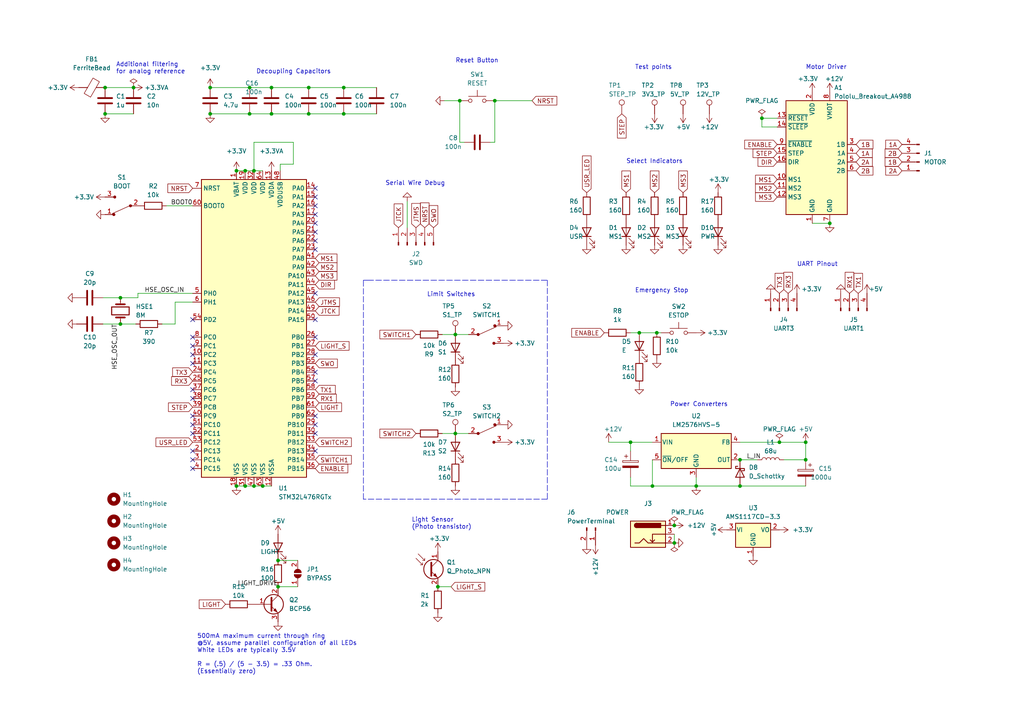
<source format=kicad_sch>
(kicad_sch (version 20211123) (generator eeschema)
  (paper "A4")
  (junction (at 143.51 29.21))
  (junction (at 190.5 96.52))
  (junction (at 132.08 97.028))
  (junction (at 73.66 140.97))
  (junction (at 240.665 64.77))
  (junction (at 72.39 25.4))
  (junction (at 99.695 25.4))
  (junction (at 220.98 34.29))
  (junction (at 60.96 33.02))
  (junction (at 99.695 33.02))
  (junction (at 68.58 140.97))
  (junction (at 73.66 49.53))
  (junction (at 226.06 128.27))
  (junction (at 89.535 25.4))
  (junction (at 182.88 128.27))
  (junction (at 71.12 49.53))
  (junction (at 133.35 29.21))
  (junction (at 68.58 49.53))
  (junction (at 195.58 152.4))
  (junction (at 201.93 140.97))
  (junction (at 72.39 33.02))
  (junction (at 195.58 157.48))
  (junction (at 80.645 162.56))
  (junction (at 214.63 140.97))
  (junction (at 189.23 140.97))
  (junction (at 127 170.18))
  (junction (at 30.48 25.4))
  (junction (at 34.925 93.98))
  (junction (at 80.645 170.18))
  (junction (at 76.2 140.97))
  (junction (at 89.535 33.02))
  (junction (at 34.925 86.36))
  (junction (at 78.74 33.02))
  (junction (at 132.08 125.73))
  (junction (at 38.735 25.4))
  (junction (at 60.96 25.4))
  (junction (at 30.48 33.02))
  (junction (at 71.12 140.97))
  (junction (at 78.74 25.4))
  (junction (at 214.63 133.35))
  (junction (at 233.68 133.35))
  (junction (at 185.42 96.52))
  (junction (at 233.68 128.27))
  (no_connect (at 55.88 105.41))
  (no_connect (at 91.44 54.61))
  (no_connect (at 91.44 97.79))
  (no_connect (at 91.44 57.15))
  (no_connect (at 91.44 107.95))
  (no_connect (at 91.44 72.39))
  (no_connect (at 91.44 110.49))
  (no_connect (at 55.88 113.03))
  (no_connect (at 55.88 97.79))
  (no_connect (at 91.44 120.65))
  (no_connect (at 91.44 130.81))
  (no_connect (at 91.44 92.71))
  (no_connect (at 91.44 123.19))
  (no_connect (at 55.88 102.87))
  (no_connect (at 55.88 123.19))
  (no_connect (at 55.88 133.35))
  (no_connect (at 91.44 67.31))
  (no_connect (at 91.44 125.73))
  (no_connect (at 55.88 135.89))
  (no_connect (at 55.88 120.65))
  (no_connect (at 91.44 85.09))
  (no_connect (at 55.88 125.73))
  (no_connect (at 55.88 130.81))
  (no_connect (at 91.44 62.23))
  (no_connect (at 91.44 59.69))
  (no_connect (at 55.88 115.57))
  (no_connect (at 91.44 102.87))
  (no_connect (at 55.88 92.71))
  (no_connect (at 55.88 100.33))
  (no_connect (at 91.44 69.85))
  (no_connect (at 91.44 64.77))
  (wire (pts (xy 85.09 41.275) (xy 73.66 41.275)))
  (wire (pts (xy 128.905 29.21) (xy 133.35 29.21)))
  (wire (pts (xy 71.12 140.97) (xy 73.66 140.97)))
  (wire (pts (xy 227.33 133.35) (xy 233.68 133.35)))
  (wire (pts (xy 85.09 47.625) (xy 85.09 41.275)))
  (wire (pts (xy 30.48 25.4) (xy 38.735 25.4)))
  (polyline (pts (xy 106.68 81.28) (xy 158.75 81.28)))
  (wire (pts (xy 118.11 58.42) (xy 118.11 66.04)))
  (wire (pts (xy 176.53 128.27) (xy 182.88 128.27)))
  (wire (pts (xy 40.005 85.09) (xy 55.88 85.09)))
  (wire (pts (xy 185.42 96.52) (xy 190.5 96.52)))
  (wire (pts (xy 235.585 64.77) (xy 240.665 64.77)))
  (wire (pts (xy 189.23 133.35) (xy 189.23 140.97)))
  (wire (pts (xy 99.695 33.02) (xy 109.22 33.02)))
  (wire (pts (xy 99.695 25.4) (xy 109.22 25.4)))
  (wire (pts (xy 73.66 140.97) (xy 76.2 140.97)))
  (wire (pts (xy 73.66 49.53) (xy 76.2 49.53)))
  (polyline (pts (xy 105.41 81.28) (xy 106.68 81.28)))
  (wire (pts (xy 78.74 25.4) (xy 89.535 25.4)))
  (wire (pts (xy 214.63 128.27) (xy 226.06 128.27)))
  (wire (pts (xy 48.26 59.69) (xy 55.88 59.69)))
  (wire (pts (xy 233.68 128.27) (xy 233.68 133.35)))
  (wire (pts (xy 34.925 93.98) (xy 39.37 93.98)))
  (polyline (pts (xy 158.75 81.28) (xy 158.75 144.78)))
  (wire (pts (xy 182.88 96.52) (xy 185.42 96.52)))
  (wire (pts (xy 201.93 140.97) (xy 214.63 140.97)))
  (wire (pts (xy 80.645 170.18) (xy 86.36 170.18)))
  (wire (pts (xy 128.27 125.73) (xy 132.08 125.73)))
  (wire (pts (xy 78.74 33.02) (xy 89.535 33.02)))
  (wire (pts (xy 89.535 33.02) (xy 99.695 33.02)))
  (wire (pts (xy 142.24 41.275) (xy 143.51 41.275)))
  (wire (pts (xy 143.51 29.21) (xy 143.51 41.275)))
  (wire (pts (xy 189.23 140.97) (xy 201.93 140.97)))
  (wire (pts (xy 182.88 128.27) (xy 182.88 130.81)))
  (wire (pts (xy 127 170.18) (xy 130.81 170.18)))
  (wire (pts (xy 133.35 29.21) (xy 133.35 41.275)))
  (wire (pts (xy 143.51 29.21) (xy 154.305 29.21)))
  (wire (pts (xy 50.8 87.63) (xy 55.88 87.63)))
  (wire (pts (xy 68.58 49.53) (xy 71.12 49.53)))
  (wire (pts (xy 80.645 162.56) (xy 86.36 162.56)))
  (wire (pts (xy 81.28 49.53) (xy 81.28 47.625)))
  (wire (pts (xy 29.845 93.98) (xy 34.925 93.98)))
  (wire (pts (xy 201.93 138.43) (xy 201.93 140.97)))
  (wire (pts (xy 50.8 93.98) (xy 50.8 87.63)))
  (wire (pts (xy 182.88 140.97) (xy 189.23 140.97)))
  (wire (pts (xy 68.58 140.97) (xy 71.12 140.97)))
  (wire (pts (xy 81.28 47.625) (xy 85.09 47.625)))
  (wire (pts (xy 214.63 140.97) (xy 233.68 140.97)))
  (wire (pts (xy 72.39 25.4) (xy 78.74 25.4)))
  (wire (pts (xy 46.99 93.98) (xy 50.8 93.98)))
  (wire (pts (xy 71.12 49.53) (xy 73.66 49.53)))
  (wire (pts (xy 214.63 133.35) (xy 219.71 133.35)))
  (wire (pts (xy 72.39 33.02) (xy 78.74 33.02)))
  (wire (pts (xy 132.08 97.028) (xy 135.89 97.028)))
  (wire (pts (xy 220.98 34.29) (xy 220.98 36.83)))
  (wire (pts (xy 76.2 140.97) (xy 78.74 140.97)))
  (wire (pts (xy 29.845 86.36) (xy 34.925 86.36)))
  (wire (pts (xy 132.08 125.73) (xy 135.89 125.73)))
  (wire (pts (xy 60.96 25.4) (xy 72.39 25.4)))
  (wire (pts (xy 60.96 33.02) (xy 72.39 33.02)))
  (wire (pts (xy 134.62 41.275) (xy 133.35 41.275)))
  (polyline (pts (xy 105.41 144.78) (xy 105.41 81.28)))
  (wire (pts (xy 30.48 33.02) (xy 38.735 33.02)))
  (wire (pts (xy 190.5 96.52) (xy 191.77 96.52)))
  (wire (pts (xy 182.88 138.43) (xy 182.88 140.97)))
  (wire (pts (xy 225.425 34.29) (xy 220.98 34.29)))
  (polyline (pts (xy 158.75 144.78) (xy 105.41 144.78)))
  (wire (pts (xy 34.925 86.36) (xy 40.005 86.36)))
  (wire (pts (xy 73.66 41.275) (xy 73.66 49.53)))
  (wire (pts (xy 182.88 128.27) (xy 189.23 128.27)))
  (wire (pts (xy 195.58 154.94) (xy 195.58 157.48)))
  (wire (pts (xy 226.06 128.27) (xy 233.68 128.27)))
  (wire (pts (xy 220.98 36.83) (xy 225.425 36.83)))
  (wire (pts (xy 128.27 97.028) (xy 132.08 97.028)))
  (wire (pts (xy 89.535 25.4) (xy 99.695 25.4)))
  (wire (pts (xy 40.005 86.36) (xy 40.005 85.09)))
  (text "UART Pinout" (at 231.14 77.47 0) (effects (font (size 1.27 1.27)) (justify left bottom)))
  (text "Serial Wire Debug" (at 111.76 53.975 0) (effects (font (size 1.27 1.27)) (justify left bottom)))
  (text "Additional filtering\nfor analog reference" (at 33.655 21.59 0) (effects (font (size 1.27 1.27)) (justify left bottom)))
  (text "Test points" (at 184.15 20.32 0) (effects (font (size 1.27 1.27)) (justify left bottom)))
  (text "Decoupling Capacitors" (at 74.295 21.59 0) (effects (font (size 1.27 1.27)) (justify left bottom)))
  (text "Power Converters" (at 194.31 118.11 0) (effects (font (size 1.27 1.27)) (justify left bottom)))
  (text "500mA maximum current through ring\n@5V, assume parallel configuration of all LEDs\nWhite LEDs are typically 3.5V\n\nR = (.5) / (5 - 3.5) = .33 Ohm.\n(Essentially zero)" (at 57.15 195.58 0) (effects (font (size 1.27 1.27)) (justify left bottom)))
  (text "Select Indicators" (at 181.61 47.625 0) (effects (font (size 1.27 1.27)) (justify left bottom)))
  (text "Reset Button" (at 132.08 18.415 0) (effects (font (size 1.27 1.27)) (justify left bottom)))
  (text "Emergency Stop" (at 184.15 85.09 0) (effects (font (size 1.27 1.27)) (justify left bottom)))
  (text "Light Sensor\n(Photo transistor)" (at 119.38 153.67 0) (effects (font (size 1.27 1.27)) (justify left bottom)))
  (text "Motor Driver" (at 233.68 20.32 0) (effects (font (size 1.27 1.27)) (justify left bottom)))
  (text "Limit Switches" (at 123.825 86.233 0) (effects (font (size 1.27 1.27)) (justify left bottom)))
  (label "L_IN" (at 216.535 133.35 0))
  (label "HSE_OSC_IN" (at 41.91 85.09 0))
  (label "BOOT0" (at 49.53 59.69 0))
  (label "HSE_OSC_OUT" (at 34.29 93.98 270))
  (label "LIGHT_DRIVE" (at 80.645 170.18 180))
  (global_label "TX3" (shape input) (at 226.06 85.09 90) (property "Intersheet References" "${INTERSHEET_REFS}" (effects hide)))
  (global_label "SWITCH2" (shape input) (at 120.65 125.73 180) (property "Intersheet References" "${INTERSHEET_REFS}" (effects hide)))
  (global_label "SWO" (shape input) (at 125.73 66.04 90) (property "Intersheet References" "${INTERSHEET_REFS}" (effects hide)))
  (global_label "LIGHT" (shape input) (at 91.44 118.11 0) (property "Intersheet References" "${INTERSHEET_REFS}" (effects hide)))
  (global_label "USR_LED" (shape input) (at 55.88 128.27 180) (property "Intersheet References" "${INTERSHEET_REFS}" (effects hide)))
  (global_label "JTCK" (shape input) (at 115.57 66.04 90) (property "Intersheet References" "${INTERSHEET_REFS}" (effects hide)))
  (global_label "MS1" (shape input) (at 181.61 55.88 90) (property "Intersheet References" "${INTERSHEET_REFS}" (effects hide)))
  (global_label "RX3" (shape input) (at 55.88 110.49 180) (property "Intersheet References" "${INTERSHEET_REFS}" (effects hide)))
  (global_label "1B" (shape input) (at 261.62 46.99 180) (property "Intersheet References" "${INTERSHEET_REFS}" (effects hide)))
  (global_label "2B" (shape input) (at 261.62 44.45 180) (property "Intersheet References" "${INTERSHEET_REFS}" (effects hide)))
  (global_label "1B" (shape input) (at 248.285 41.91 0) (property "Intersheet References" "${INTERSHEET_REFS}" (effects hide)))
  (global_label "RX1" (shape input) (at 246.38 85.09 90) (property "Intersheet References" "${INTERSHEET_REFS}" (effects hide)))
  (global_label "LIGHT_S" (shape input) (at 91.44 100.33 0) (property "Intersheet References" "${INTERSHEET_REFS}" (effects hide)))
  (global_label "STEP" (shape input) (at 225.425 44.45 180) (property "Intersheet References" "${INTERSHEET_REFS}" (effects hide)))
  (global_label "SWITCH2" (shape input) (at 91.44 128.27 0) (property "Intersheet References" "${INTERSHEET_REFS}" (effects hide)))
  (global_label "2A" (shape input) (at 248.285 46.99 0) (property "Intersheet References" "${INTERSHEET_REFS}" (effects hide)))
  (global_label "MS3" (shape input) (at 91.44 80.01 0) (property "Intersheet References" "${INTERSHEET_REFS}" (effects hide)))
  (global_label "MS3" (shape input) (at 198.12 55.88 90) (property "Intersheet References" "${INTERSHEET_REFS}" (effects hide)))
  (global_label "RX1" (shape input) (at 91.44 115.57 0) (property "Intersheet References" "${INTERSHEET_REFS}" (effects hide)))
  (global_label "DIR" (shape input) (at 225.425 46.99 180) (property "Intersheet References" "${INTERSHEET_REFS}" (effects hide)))
  (global_label "SWO" (shape input) (at 91.44 105.41 0) (property "Intersheet References" "${INTERSHEET_REFS}" (effects hide)))
  (global_label "SWITCH1" (shape input) (at 91.44 133.35 0) (property "Intersheet References" "${INTERSHEET_REFS}" (effects hide)))
  (global_label "TX3" (shape input) (at 55.88 107.95 180) (property "Intersheet References" "${INTERSHEET_REFS}" (effects hide)))
  (global_label "NRST" (shape input) (at 123.19 66.04 90) (property "Intersheet References" "${INTERSHEET_REFS}" (effects hide)))
  (global_label "JTMS" (shape input) (at 91.44 87.63 0) (property "Intersheet References" "${INTERSHEET_REFS}" (effects hide)))
  (global_label "STEP" (shape input) (at 180.34 33.02 270) (property "Intersheet References" "${INTERSHEET_REFS}" (effects hide)))
  (global_label "2A" (shape input) (at 261.62 49.53 180) (property "Intersheet References" "${INTERSHEET_REFS}" (effects hide)))
  (global_label "USR_LED" (shape input) (at 170.18 55.88 90) (property "Intersheet References" "${INTERSHEET_REFS}" (effects hide)))
  (global_label "ENABLE" (shape input) (at 225.425 41.91 180) (property "Intersheet References" "${INTERSHEET_REFS}" (effects hide)))
  (global_label "NRST" (shape input) (at 154.305 29.21 0) (property "Intersheet References" "${INTERSHEET_REFS}" (effects hide)))
  (global_label "ENABLE" (shape input) (at 175.26 96.52 180) (property "Intersheet References" "${INTERSHEET_REFS}" (effects hide)))
  (global_label "RX3" (shape input) (at 228.6 85.09 90) (property "Intersheet References" "${INTERSHEET_REFS}" (effects hide)))
  (global_label "MS1" (shape input) (at 91.44 74.93 0) (property "Intersheet References" "${INTERSHEET_REFS}" (effects hide)))
  (global_label "SWITCH1" (shape input) (at 120.65 97.028 180) (property "Intersheet References" "${INTERSHEET_REFS}" (effects hide)))
  (global_label "LIGHT_S" (shape input) (at 130.81 170.18 0) (property "Intersheet References" "${INTERSHEET_REFS}" (effects hide)))
  (global_label "MS2" (shape input) (at 91.44 77.47 0) (property "Intersheet References" "${INTERSHEET_REFS}" (effects hide)))
  (global_label "STEP" (shape input) (at 55.88 118.11 180) (property "Intersheet References" "${INTERSHEET_REFS}" (effects hide)))
  (global_label "LIGHT" (shape input) (at 65.405 175.26 180) (property "Intersheet References" "${INTERSHEET_REFS}" (effects hide)))
  (global_label "JTMS" (shape input) (at 120.65 66.04 90) (property "Intersheet References" "${INTERSHEET_REFS}" (effects hide)))
  (global_label "MS1" (shape input) (at 225.425 52.07 180) (property "Intersheet References" "${INTERSHEET_REFS}" (effects hide)))
  (global_label "DIR" (shape input) (at 91.44 82.55 0) (property "Intersheet References" "${INTERSHEET_REFS}" (effects hide)))
  (global_label "MS2" (shape input) (at 189.865 55.88 90) (property "Intersheet References" "${INTERSHEET_REFS}" (effects hide)))
  (global_label "ENABLE" (shape input) (at 91.44 135.89 0) (property "Intersheet References" "${INTERSHEET_REFS}" (effects hide)))
  (global_label "2B" (shape input) (at 248.285 49.53 0) (property "Intersheet References" "${INTERSHEET_REFS}" (effects hide)))
  (global_label "TX1" (shape input) (at 91.44 113.03 0) (property "Intersheet References" "${INTERSHEET_REFS}" (effects hide)))
  (global_label "MS2" (shape input) (at 225.425 54.61 180) (property "Intersheet References" "${INTERSHEET_REFS}" (effects hide)))
  (global_label "JTCK" (shape input) (at 91.44 90.17 0) (property "Intersheet References" "${INTERSHEET_REFS}" (effects hide)))
  (global_label "1A" (shape input) (at 261.62 41.91 180) (property "Intersheet References" "${INTERSHEET_REFS}" (effects hide)))
  (global_label "MS3" (shape input) (at 225.425 57.15 180) (property "Intersheet References" "${INTERSHEET_REFS}" (effects hide)))
  (global_label "1A" (shape input) (at 248.285 44.45 0) (property "Intersheet References" "${INTERSHEET_REFS}" (effects hide)))
  (global_label "NRST" (shape input) (at 55.88 54.61 180) (property "Intersheet References" "${INTERSHEET_REFS}" (effects hide)))
  (global_label "TX1" (shape input) (at 248.92 85.09 90) (property "Intersheet References" "${INTERSHEET_REFS}" (effects hide)))
  (symbol (lib_id "Connector:TestPoint") (at 132.08 97.028 0) (unit 1)
    (property "Reference" "TP5" (at 128.27 88.773 0) (effects (justify left)))
    (property "Value" "S1_TP" (at 128.27 91.313 0) (effects (justify left)))
    (property "Footprint" "TestPoint:TestPoint_Pad_D1.5mm" (effects hide))
  )
  (symbol (lib_id "Jumper:SolderJumper_2_Open") (at 86.36 166.37 90) (unit 1)
    (property "Reference" "JP1" (at 88.9 165.0999 90) (effects (justify right)))
    (property "Value" "BYPASS" (at 88.9 167.6399 90) (effects (justify right)))
    (property "Footprint" "Jumper:SolderJumper-2_P1.3mm_Open_Pad1.0x1.5mm" (effects hide))
  )
  (symbol (lib_id "power:GND") (at 30.48 62.23 270) (unit 1)
    (property "Reference" "#PWR017" (effects hide))
    (property "Value" "GND" (effects hide))
  )
  (symbol (lib_id "Device:C") (at 99.695 29.21 0) (unit 1)
    (property "Reference" "C6" (at 102.87 27.9399 0) (effects (justify left)))
    (property "Value" "100n" (at 102.87 30.4799 0) (effects (justify left)))
    (property "Footprint" "Capacitor_SMD:C_0402_1005Metric" (effects hide))
  )
  (symbol (lib_id "Device:LED") (at 189.865 67.31 90) (unit 1)
    (property "Reference" "D2" (at 184.785 66.04 90) (effects (justify right)))
    (property "Value" "MS2" (at 184.785 68.58 90) (effects (justify right)))
    (property "Footprint" "LED_SMD:LED_0805_2012Metric" (effects hide))
  )
  (symbol (lib_id "power:+3.3V") (at 201.93 96.52 270) (unit 1)
    (property "Reference" "#PWR025" (effects hide))
    (property "Value" "+3.3V" (at 205.105 96.5201 90) (effects (justify left)))
  )
  (symbol (lib_id "power:GND") (at 132.08 140.97 0) (unit 1)
    (property "Reference" "#PWR036" (effects hide))
    (property "Value" "GND" (effects hide))
  )
  (symbol (lib_id "Device:C") (at 26.035 86.36 90) (unit 1)
    (property "Reference" "C9" (at 26.035 79.375 90))
    (property "Value" "20p" (at 26.035 81.915 90))
    (property "Footprint" "Capacitor_SMD:C_0402_1005Metric" (effects hide))
  )
  (symbol (lib_id "Connector:TestPoint") (at 205.74 33.02 0) (unit 1)
    (property "Reference" "TP3" (at 201.93 24.765 0) (effects (justify left)))
    (property "Value" "12V_TP" (at 201.93 27.305 0) (effects (justify left)))
    (property "Footprint" "TestPoint:TestPoint_Pad_D1.5mm" (effects hide))
  )
  (symbol (lib_id "power:+3.3V") (at 127 160.02 0) (unit 1)
    (property "Reference" "#PWR011" (effects hide))
    (property "Value" "+3.3V" (at 124.46 156.21 0) (effects (justify left)))
  )
  (symbol (lib_id "power:GND") (at 118.11 58.42 180) (unit 1)
    (property "Reference" "#PWR015" (effects hide))
    (property "Value" "GND" (effects hide))
  )
  (symbol (lib_id "Device:R") (at 43.18 93.98 270) (unit 1)
    (property "Reference" "R7" (at 43.18 96.52 90))
    (property "Value" "390" (at 43.18 99.06 90))
    (property "Footprint" "Resistor_SMD:R_0402_1005Metric" (effects hide))
  )
  (symbol (lib_id "Device:Crystal") (at 34.925 90.17 90) (unit 1)
    (property "Reference" "HSE1" (at 39.37 88.8999 90) (effects (justify right)))
    (property "Value" "8M" (at 39.37 91.4399 90) (effects (justify right)))
    (property "Footprint" "Crystal:Crystal_SMD_MicroCrystal_CC4V-T1A-2Pin_5.0x1.9mm" (effects hide))
  )
  (symbol (lib_id "Device:LED") (at 132.08 100.838 90) (unit 1)
    (property "Reference" "D6" (at 127 99.568 90) (effects (justify right)))
    (property "Value" "S1" (at 127 102.108 90) (effects (justify right)))
    (property "Footprint" "LED_SMD:LED_0805_2012Metric" (effects hide))
  )
  (symbol (lib_id "power:+12V") (at 205.74 33.02 180) (unit 1)
    (property "Reference" "#PWR010" (effects hide))
    (property "Value" "+12V" (at 205.74 36.83 0))
  )
  (symbol (lib_id "Connector:TestPoint") (at 132.08 125.73 0) (unit 1)
    (property "Reference" "TP6" (at 128.27 117.475 0) (effects (justify left)))
    (property "Value" "S2_TP" (at 128.27 120.015 0) (effects (justify left)))
    (property "Footprint" "TestPoint:TestPoint_Pad_D1.5mm" (effects hide))
  )
  (symbol (lib_id "power:GND") (at 22.225 93.98 270) (unit 1)
    (property "Reference" "#PWR023" (effects hide))
    (property "Value" "GND" (effects hide))
  )
  (symbol (lib_id "power:GND") (at 128.905 29.21 270) (unit 1)
    (property "Reference" "#PWR06" (effects hide))
    (property "Value" "GND" (effects hide))
  )
  (symbol (lib_id "Device:R") (at 181.61 59.69 0) (unit 1)
    (property "Reference" "R3" (at 176.53 58.42 0) (effects (justify left)))
    (property "Value" "160" (at 176.53 60.96 0) (effects (justify left)))
    (property "Footprint" "Resistor_SMD:R_0402_1005Metric" (effects hide))
  )
  (symbol (lib_id "Device:R") (at 124.46 97.028 270) (unit 1)
    (property "Reference" "R9" (at 124.46 102.743 90))
    (property "Value" "10k" (at 124.46 100.203 90))
    (property "Footprint" "Resistor_SMD:R_0402_1005Metric" (effects hide))
  )
  (symbol (lib_id "power:GND") (at 146.05 123.19 90) (unit 1)
    (property "Reference" "#PWR031" (effects hide))
    (property "Value" "GND" (effects hide))
  )
  (symbol (lib_id "Device:R") (at 170.18 59.69 0) (unit 1)
    (property "Reference" "R6" (at 165.1 58.42 0) (effects (justify left)))
    (property "Value" "160" (at 165.1 60.96 0) (effects (justify left)))
    (property "Footprint" "Resistor_SMD:R_0402_1005Metric" (effects hide))
  )
  (symbol (lib_id "Connector:TestPoint") (at 198.12 33.02 0) (unit 1)
    (property "Reference" "TP8" (at 194.31 24.765 0) (effects (justify left)))
    (property "Value" "5V_TP" (at 194.31 27.305 0) (effects (justify left)))
    (property "Footprint" "TestPoint:TestPoint_Pad_D1.5mm" (effects hide))
  )
  (symbol (lib_id "Device:R") (at 189.865 59.69 0) (unit 1)
    (property "Reference" "R4" (at 184.785 58.42 0) (effects (justify left)))
    (property "Value" "160" (at 184.785 60.96 0) (effects (justify left)))
    (property "Footprint" "Resistor_SMD:R_0402_1005Metric" (effects hide))
  )
  (symbol (lib_id "LedRemap:LEDRemapped") (at 80.645 158.75 90) (unit 1)
    (property "Reference" "D9" (at 75.565 157.48 90) (effects (justify right)))
    (property "Value" "LIGHT" (at 75.565 160.02 90) (effects (justify right)))
    (property "Footprint" "TerminalBlock_Phoenix:TerminalBlock_Phoenix_MPT-0,5-2-2.54_1x02_P2.54mm_Horizontal" (effects hide))
  )
  (symbol (lib_id "power:GND") (at 170.18 71.12 0) (unit 1)
    (property "Reference" "#PWR021" (effects hide))
    (property "Value" "GND" (effects hide))
  )
  (symbol (lib_id "power:GND") (at 185.42 111.76 0) (unit 1)
    (property "Reference" "#PWR028" (effects hide))
    (property "Value" "GND" (effects hide))
  )
  (symbol (lib_id "Device:C") (at 89.535 29.21 0) (unit 1)
    (property "Reference" "C5" (at 92.71 27.9399 0) (effects (justify left)))
    (property "Value" "100n" (at 92.71 30.4799 0) (effects (justify left)))
    (property "Footprint" "Capacitor_SMD:C_0402_1005Metric" (effects hide))
  )
  (symbol (lib_id "Device:R") (at 208.28 59.69 0) (unit 1)
    (property "Reference" "R17" (at 203.2 58.42 0) (effects (justify left)))
    (property "Value" "160" (at 203.2 60.96 0) (effects (justify left)))
    (property "Footprint" "Resistor_SMD:R_0402_1005Metric" (effects hide))
  )
  (symbol (lib_id "Mechanical:MountingHole") (at 33.02 157.48 0) (unit 1)
    (property "Reference" "H3" (at 35.56 156.2099 0) (effects (justify left)))
    (property "Value" "MountingHole" (at 35.56 158.7499 0) (effects (justify left)))
    (property "Footprint" "MountingHole:MountingHole_2.2mm_M2" (effects hide))
  )
  (symbol (lib_id "power:PWR_FLAG") (at 220.98 34.29 0) (unit 1)
    (property "Reference" "#FLG0103" (effects hide))
    (property "Value" "PWR_FLAG" (at 220.98 29.21 0))
  )
  (symbol (lib_id "Device:C_Polarized") (at 182.88 134.62 0) (unit 1)
    (property "Reference" "C14" (at 175.26 133.35 0) (effects (justify left)))
    (property "Value" "100u" (at 175.26 135.89 0) (effects (justify left)))
    (property "Footprint" "Capacitor_SMD:C_Elec_8x5.4" (effects hide))
  )
  (symbol (lib_id "Device:C") (at 60.96 29.21 0) (unit 1)
    (property "Reference" "C3" (at 64.77 27.9399 0) (effects (justify left)))
    (property "Value" "4.7u" (at 64.77 30.4799 0) (effects (justify left)))
    (property "Footprint" "Capacitor_Tantalum_SMD:CP_EIA-2012-12_Kemet-R" (effects hide))
  )
  (symbol (lib_id "power:+3.3V") (at 235.585 26.67 0) (unit 1)
    (property "Reference" "#PWR01" (effects hide))
    (property "Value" "+3.3V" (at 234.315 22.86 0))
  )
  (symbol (lib_id "power:GND") (at 201.93 140.97 0) (unit 1)
    (property "Reference" "#PWR039" (effects hide))
    (property "Value" "GND" (effects hide))
  )
  (symbol (lib_id "Device:R") (at 190.5 100.33 0) (unit 1)
    (property "Reference" "R10" (at 193.04 99.0599 0) (effects (justify left)))
    (property "Value" "10k" (at 193.04 101.5999 0) (effects (justify left)))
    (property "Footprint" "Resistor_SMD:R_0402_1005Metric" (effects hide))
  )
  (symbol (lib_id "Driver_Motor:Pololu_Breakout_A4988") (at 235.585 44.45 0) (unit 1)
    (property "Reference" "A1" (at 241.935 25.4 0) (effects (justify left)))
    (property "Value" "Pololu_Breakout_A4988" (at 241.935 27.94 0) (effects (justify left)))
    (property "Footprint" "Module:Pololu_Breakout-16_15.2x20.3mm" (effects hide))
    (property "Datasheet" "https://www.pololu.com/product/2980/pictures" (effects hide))
  )
  (symbol (lib_id "power:GND") (at 240.665 64.77 0) (unit 1)
    (property "Reference" "#PWR016" (effects hide))
    (property "Value" "GND" (effects hide))
  )
  (symbol (lib_id "power:GND") (at 195.58 157.48 90) (unit 1)
    (property "Reference" "#PWR0102" (effects hide))
    (property "Value" "GND" (effects hide))
  )
  (symbol (lib_id "power:GND") (at 198.12 71.12 0) (unit 1)
    (property "Reference" "#PWR020" (effects hide))
    (property "Value" "GND" (effects hide))
  )
  (symbol (lib_id "Device:LED") (at 198.12 67.31 90) (unit 1)
    (property "Reference" "D3" (at 193.04 66.04 90) (effects (justify right)))
    (property "Value" "MS3" (at 193.04 68.58 90) (effects (justify right)))
    (property "Footprint" "LED_SMD:LED_0805_2012Metric" (effects hide))
  )
  (symbol (lib_id "Transistor_BJT:BCP56") (at 78.105 175.26 0) (unit 1)
    (property "Reference" "Q2" (at 83.82 173.9899 0) (effects (justify left)))
    (property "Value" "BCP56" (at 83.82 176.5299 0) (effects (justify left)))
    (property "Footprint" "Package_TO_SOT_SMD:SOT-223" (effects hide))
    (property "Datasheet" "http://cache.nxp.com/documents/data_sheet/BCP56_BCX56_BC56PA.pdf?pspll=1" (effects hide))
  )
  (symbol (lib_id "power:GND") (at 181.61 71.12 0) (unit 1)
    (property "Reference" "#PWR018" (effects hide))
    (property "Value" "GND" (effects hide))
  )
  (symbol (lib_id "Connector:Conn_01x04_Male") (at 246.38 90.17 90) (unit 1)
    (property "Reference" "J5" (at 247.65 92.71 90))
    (property "Value" "UART1" (at 247.65 95.25 90))
    (property "Footprint" "Connector_PinHeader_2.54mm:PinHeader_1x04_P2.54mm_Vertical" (effects hide))
  )
  (symbol (lib_id "Device:R") (at 179.07 96.52 270) (unit 1)
    (property "Reference" "R8" (at 179.07 90.17 90))
    (property "Value" "1k" (at 179.07 92.71 90))
    (property "Footprint" "Resistor_SMD:R_0402_1005Metric" (effects hide))
  )
  (symbol (lib_id "power:+3.3V") (at 30.48 57.15 90) (unit 1)
    (property "Reference" "#PWR014" (effects hide))
    (property "Value" "+3.3V" (at 27.305 57.1499 90) (effects (justify left)))
  )
  (symbol (lib_id "power:GND") (at 132.08 112.268 0) (unit 1)
    (property "Reference" "#PWR029" (effects hide))
    (property "Value" "GND" (effects hide))
  )
  (symbol (lib_id "Connector:Conn_01x04_Male") (at 226.06 90.17 90) (unit 1)
    (property "Reference" "J4" (at 227.33 92.71 90))
    (property "Value" "UART3" (at 227.33 95.25 90))
    (property "Footprint" "Connector_PinHeader_2.54mm:PinHeader_1x04_P2.54mm_Vertical" (effects hide))
  )
  (symbol (lib_id "Device:R") (at 69.215 175.26 90) (unit 1)
    (property "Reference" "R15" (at 69.215 170.18 90))
    (property "Value" "10k" (at 69.215 172.72 90))
    (property "Footprint" "Resistor_SMD:R_0402_1005Metric" (effects hide))
  )
  (symbol (lib_id "power:+5V") (at 80.645 154.94 0) (unit 1)
    (property "Reference" "#PWR0105" (effects hide))
    (property "Value" "+5V" (at 80.645 151.13 0))
  )
  (symbol (lib_id "Connector:Conn_01x04_Male") (at 266.7 46.99 180) (unit 1)
    (property "Reference" "J1" (at 267.97 44.4499 0) (effects (justify right)))
    (property "Value" "MOTOR" (at 267.97 46.9899 0) (effects (justify right)))
    (property "Footprint" "Connector_PinHeader_2.54mm:PinHeader_1x04_P2.54mm_Vertical" (effects hide))
  )
  (symbol (lib_id "dk_Slide-Switches:EG1218") (at 140.97 97.028 0) (unit 1)
    (property "Reference" "S2" (at 141.1732 88.773 0))
    (property "Value" "SWITCH1" (at 141.1732 91.313 0))
    (property "Footprint" "Connector_PinHeader_2.54mm:PinHeader_1x03_P2.54mm_Vertical" (effects hide))
    (property "Datasheet" "http://spec_sheets.e-switch.com/specs/P040040.pdf" (effects hide))
    (property "Digi-Key_PN" "EG1903-ND" (effects hide))
    (property "MPN" "EG1218" (effects hide))
    (property "Category" "Switches" (effects hide))
    (property "Family" "Slide Switches" (effects hide))
    (property "DK_Datasheet_Link" "http://spec_sheets.e-switch.com/specs/P040040.pdf" (effects hide))
    (property "DK_Detail_Page" "/product-detail/en/e-switch/EG1218/EG1903-ND/101726" (effects hide))
    (property "Description" "SWITCH SLIDE SPDT 200MA 30V" (effects hide))
    (property "Manufacturer" "E-Switch" (effects hide))
    (property "Status" "Active" (effects hide))
  )
  (symbol (lib_id "Device:R") (at 80.645 166.37 0) (unit 1)
    (property "Reference" "R16" (at 75.565 165.1 0) (effects (justify left)))
    (property "Value" "100" (at 75.565 167.64 0) (effects (justify left)))
    (property "Footprint" "Resistor_SMD:R_0603_1608Metric" (effects hide))
  )
  (symbol (lib_id "Device:R") (at 124.46 125.73 270) (unit 1)
    (property "Reference" "R13" (at 124.46 131.445 90))
    (property "Value" "10k" (at 124.46 128.905 90))
    (property "Footprint" "Resistor_SMD:R_0402_1005Metric" (effects hide))
  )
  (symbol (lib_id "Device:L") (at 223.52 133.35 90) (unit 1)
    (property "Reference" "L1" (at 223.52 128.27 90))
    (property "Value" "68u" (at 223.52 130.81 90))
    (property "Footprint" "cad:SRP1040VA-1R5M" (effects hide))
  )
  (symbol (lib_id "power:PWR_FLAG") (at 38.735 25.4 0) (unit 1)
    (property "Reference" "#FLG0105" (effects hide))
    (property "Value" "PWR_FLAG" (effects hide))
  )
  (symbol (lib_id "Switch:SW_Push") (at 196.85 96.52 0) (unit 1)
    (property "Reference" "SW2" (at 196.85 88.9 0))
    (property "Value" "ESTOP" (at 196.85 91.44 0))
    (property "Footprint" "Connector_PinHeader_2.54mm:PinHeader_1x02_P2.54mm_Vertical" (effects hide))
  )
  (symbol (lib_id "power:GND") (at 218.44 161.29 0) (unit 1)
    (property "Reference" "#PWR042" (effects hide))
    (property "Value" "GND" (effects hide))
  )
  (symbol (lib_id "Connector:Barrel_Jack_Switch") (at 187.96 154.94 0) (unit 1)
    (property "Reference" "J3" (at 187.96 146.05 0))
    (property "Value" "POWER" (at 179.07 148.59 0))
    (property "Footprint" "Connector_BarrelJack:BarrelJack_Horizontal" (effects hide))
  )
  (symbol (lib_id "power:+5V") (at 198.12 33.02 180) (unit 1)
    (property "Reference" "#PWR047" (effects hide))
    (property "Value" "+5V" (at 198.12 36.83 0))
  )
  (symbol (lib_id "Connector:TestPoint") (at 189.865 33.02 0) (unit 1)
    (property "Reference" "TP2" (at 186.055 24.765 0) (effects (justify left)))
    (property "Value" "3V3_TP" (at 186.055 27.305 0) (effects (justify left)))
    (property "Footprint" "TestPoint:TestPoint_Pad_D1.5mm" (effects hide))
  )
  (symbol (lib_id "Device:LED") (at 208.28 67.31 90) (unit 1)
    (property "Reference" "D10" (at 203.2 66.04 90) (effects (justify right)))
    (property "Value" "PWR" (at 203.2 68.58 90) (effects (justify right)))
    (property "Footprint" "LED_SMD:LED_0805_2012Metric" (effects hide))
  )
  (symbol (lib_id "Connector:TestPoint") (at 180.34 33.02 0) (unit 1)
    (property "Reference" "TP1" (at 176.53 24.765 0) (effects (justify left)))
    (property "Value" "STEP_TP" (at 176.53 27.305 0) (effects (justify left)))
    (property "Footprint" "TestPoint:TestPoint_Pad_D1.5mm" (effects hide))
  )
  (symbol (lib_id "power:GND") (at 127 177.8 0) (unit 1)
    (property "Reference" "#PWR034" (effects hide))
    (property "Value" "GND" (effects hide))
  )
  (symbol (lib_id "Regulator_Switching:LM2576HVS-5") (at 201.93 130.81 0) (unit 1)
    (property "Reference" "U2" (at 201.93 120.65 0))
    (property "Value" "LM2576HVS-5" (at 201.93 123.19 0))
    (property "Footprint" "Package_TO_SOT_SMD:TO-263-5_TabPin3" (effects hide))
    (property "Datasheet" "http://www.ti.com/lit/ds/symlink/lm2576.pdf" (effects hide))
  )
  (symbol (lib_id "Device:R") (at 44.45 59.69 90) (unit 1)
    (property "Reference" "R2" (at 44.45 53.975 90))
    (property "Value" "10k" (at 44.45 56.515 90))
    (property "Footprint" "Resistor_SMD:R_0402_1005Metric" (effects hide))
  )
  (symbol (lib_id "Device:C") (at 26.035 93.98 90) (unit 1)
    (property "Reference" "C10" (at 26.035 97.79 90))
    (property "Value" "20p" (at 26.035 100.33 90))
    (property "Footprint" "Capacitor_SMD:C_0402_1005Metric" (effects hide))
  )
  (symbol (lib_id "power:+5V") (at 210.82 153.67 90) (unit 1)
    (property "Reference" "#PWR040" (effects hide))
    (property "Value" "+5V" (at 207.01 153.67 0))
  )
  (symbol (lib_id "power:PWR_FLAG") (at 195.58 152.4 0) (unit 1)
    (property "Reference" "#FLG0101" (effects hide))
    (property "Value" "PWR_FLAG" (at 199.39 148.59 0))
  )
  (symbol (lib_id "Device:C") (at 109.22 29.21 0) (unit 1)
    (property "Reference" "C7" (at 113.03 27.9399 0) (effects (justify left)))
    (property "Value" "100n" (at 113.03 30.4799 0) (effects (justify left)))
    (property "Footprint" "Capacitor_SMD:C_0402_1005Metric" (effects hide))
  )
  (symbol (lib_id "power:GND") (at 170.18 158.115 0) (unit 1)
    (property "Reference" "#PWR044" (effects hide))
    (property "Value" "GND" (effects hide))
  )
  (symbol (lib_id "Device:C") (at 30.48 29.21 0) (unit 1)
    (property "Reference" "C1" (at 33.655 27.9399 0) (effects (justify left)))
    (property "Value" "1u" (at 33.655 30.4799 0) (effects (justify left)))
    (property "Footprint" "Capacitor_Tantalum_SMD:CP_EIA-2012-12_Kemet-R" (effects hide))
  )
  (symbol (lib_id "MCU_ST_STM32L4:STM32L476RGTx") (at 73.66 95.25 0) (unit 1)
    (property "Reference" "U1" (at 80.7594 141.605 0) (effects (justify left)))
    (property "Value" "STM32L476RGTx" (at 80.7594 144.145 0) (effects (justify left)))
    (property "Footprint" "Package_QFP:LQFP-64_10x10mm_P0.5mm" (effects hide))
    (property "Datasheet" "http://www.st.com/st-web-ui/static/active/en/resource/technical/document/datasheet/DM00108832.pdf" (effects hide))
  )
  (symbol (lib_id "power:+3.3VA") (at 38.735 25.4 270) (unit 1)
    (property "Reference" "#PWR04" (effects hide))
    (property "Value" "+3.3VA" (at 41.91 25.3999 90) (effects (justify left)))
  )
  (symbol (lib_id "power:+3.3V") (at 60.96 25.4 0) (unit 1)
    (property "Reference" "#PWR05" (effects hide))
    (property "Value" "+3.3V" (at 60.96 19.685 0))
  )
  (symbol (lib_id "power:GND") (at 190.5 104.14 0) (unit 1)
    (property "Reference" "#PWR027" (effects hide))
    (property "Value" "GND" (effects hide))
  )
  (symbol (lib_id "power:PWR_FLAG") (at 226.06 128.27 0) (unit 1)
    (property "Reference" "#FLG0102" (effects hide))
    (property "Value" "PWR_FLAG" (at 226.06 124.46 0))
  )
  (symbol (lib_id "Device:C") (at 72.39 29.21 0) (unit 1)
    (property "Reference" "C16" (at 71.12 24.13 0) (effects (justify left)))
    (property "Value" "100n" (at 71.12 26.67 0) (effects (justify left)))
    (property "Footprint" "Capacitor_SMD:C_0402_1005Metric" (effects hide))
  )
  (symbol (lib_id "Regulator_Linear:AMS1117CD-3.3") (at 218.44 153.67 0) (unit 1)
    (property "Reference" "U3" (at 218.44 147.32 0))
    (property "Value" "AMS1117CD-3.3" (at 218.44 149.86 0))
    (property "Footprint" "Package_TO_SOT_SMD:TO-252-3_TabPin2" (effects hide))
    (property "Datasheet" "http://www.advanced-monolithic.com/pdf/ds1117.pdf" (effects hide))
  )
  (symbol (lib_id "power:+3.3V") (at 68.58 49.53 0) (unit 1)
    (property "Reference" "#PWR012" (effects hide))
    (property "Value" "+3.3V" (at 68.58 43.815 0))
  )
  (symbol (lib_id "power:GND") (at 208.28 71.12 0) (unit 1)
    (property "Reference" "#PWR033" (effects hide))
    (property "Value" "GND" (effects hide))
  )
  (symbol (lib_id "power:GND") (at 60.96 33.02 0) (unit 1)
    (property "Reference" "#PWR08" (effects hide))
    (property "Value" "GND" (effects hide))
  )
  (symbol (lib_id "power:GND") (at 189.865 71.12 0) (unit 1)
    (property "Reference" "#PWR019" (effects hide))
    (property "Value" "GND" (effects hide))
  )
  (symbol (lib_id "dk_Slide-Switches:EG1218") (at 35.56 59.69 180) (unit 1)
    (property "Reference" "S1" (at 35.3568 51.435 0))
    (property "Value" "BOOT" (at 35.3568 53.975 0))
    (property "Footprint" "digikey-footprints:Switch_Slide_11.6x4mm_EG1218" (effects hide))
    (property "Datasheet" "http://spec_sheets.e-switch.com/specs/P040040.pdf" (effects hide))
    (property "Digi-Key_PN" "EG1903-ND" (effects hide))
    (property "MPN" "EG1218" (effects hide))
    (property "Category" "Switches" (effects hide))
    (property "Family" "Slide Switches" (effects hide))
    (property "DK_Datasheet_Link" "http://spec_sheets.e-switch.com/specs/P040040.pdf" (effects hide))
    (property "DK_Detail_Page" "/product-detail/en/e-switch/EG1218/EG1903-ND/101726" (effects hide))
    (property "Description" "SWITCH SLIDE SPDT 200MA 30V" (effects hide))
    (property "Manufacturer" "E-Switch" (effects hide))
    (property "Status" "Active" (effects hide))
  )
  (symbol (lib_id "Device:C") (at 138.43 41.275 270) (unit 1)
    (property "Reference" "C8" (at 131.445 40.005 90))
    (property "Value" "100n" (at 131.445 42.545 90))
    (property "Footprint" "Capacitor_SMD:C_0402_1005Metric" (effects hide))
  )
  (symbol (lib_id "Switch:SW_Push") (at 138.43 29.21 0) (unit 1)
    (property "Reference" "SW1" (at 138.43 21.59 0))
    (property "Value" "RESET" (at 138.43 24.13 0))
    (property "Footprint" "Button_Switch_THT:SW_PUSH_6mm" (effects hide))
  )
  (symbol (lib_id "Device:R") (at 198.12 59.69 0) (unit 1)
    (property "Reference" "R5" (at 193.04 58.42 0) (effects (justify left)))
    (property "Value" "160" (at 193.04 60.96 0) (effects (justify left)))
    (property "Footprint" "Resistor_SMD:R_0402_1005Metric" (effects hide))
  )
  (symbol (lib_id "Device:R") (at 127 173.99 0) (unit 1)
    (property "Reference" "R1" (at 121.92 172.72 0) (effects (justify left)))
    (property "Value" "2k" (at 121.92 175.26 0) (effects (justify left)))
    (property "Footprint" "Resistor_THT:R_Axial_DIN0411_L9.9mm_D3.6mm_P15.24mm_Horizontal" (effects hide))
  )
  (symbol (lib_id "power:GND") (at 243.84 85.09 180) (unit 1)
    (property "Reference" "#PWR045" (effects hide))
    (property "Value" "GND" (effects hide))
  )
  (symbol (lib_id "Device:LED") (at 170.18 67.31 90) (unit 1)
    (property "Reference" "D4" (at 165.1 66.04 90) (effects (justify right)))
    (property "Value" "USR" (at 165.1 68.58 90) (effects (justify right)))
    (property "Footprint" "LED_SMD:LED_0805_2012Metric" (effects hide))
  )
  (symbol (lib_id "Device:R") (at 132.08 108.458 0) (unit 1)
    (property "Reference" "R12" (at 127 107.188 0) (effects (justify left)))
    (property "Value" "160" (at 127 109.728 0) (effects (justify left)))
    (property "Footprint" "Resistor_SMD:R_0402_1005Metric" (effects hide))
  )
  (symbol (lib_id "dk_Slide-Switches:EG1218") (at 140.97 125.73 0) (unit 1)
    (property "Reference" "S3" (at 141.1732 118.11 0))
    (property "Value" "SWITCH2" (at 141.1732 120.65 0))
    (property "Footprint" "Connector_PinHeader_2.54mm:PinHeader_1x03_P2.54mm_Vertical" (effects hide))
    (property "Datasheet" "http://spec_sheets.e-switch.com/specs/P040040.pdf" (effects hide))
    (property "Digi-Key_PN" "EG1903-ND" (effects hide))
    (property "MPN" "EG1218" (effects hide))
    (property "Category" "Switches" (effects hide))
    (property "Family" "Slide Switches" (effects hide))
    (property "DK_Datasheet_Link" "http://spec_sheets.e-switch.com/specs/P040040.pdf" (effects hide))
    (property "DK_Detail_Page" "/product-detail/en/e-switch/EG1218/EG1903-ND/101726" (effects hide))
    (property "Description" "SWITCH SLIDE SPDT 200MA 30V" (effects hide))
    (property "Manufacturer" "E-Switch" (effects hide))
    (property "Status" "Active" (effects hide))
  )
  (symbol (lib_id "power:GND") (at 22.225 86.36 270) (unit 1)
    (property "Reference" "#PWR022" (effects hide))
    (property "Value" "GND" (effects hide))
  )
  (symbol (lib_id "power:+3.3V") (at 231.14 85.09 0) (unit 1)
    (property "Reference" "#PWR0103" (effects hide))
    (property "Value" "+3.3V" (at 232.41 83.82 0) (effects (justify left)))
  )
  (symbol (lib_id "Mechanical:MountingHole") (at 33.02 163.83 0) (unit 1)
    (property "Reference" "H4" (at 35.56 162.5599 0) (effects (justify left)))
    (property "Value" "MountingHole" (at 35.56 165.0999 0) (effects (justify left)))
    (property "Footprint" "MountingHole:MountingHole_2.2mm_M2" (effects hide))
  )
  (symbol (lib_id "Device:R") (at 132.08 137.16 0) (unit 1)
    (property "Reference" "R14" (at 127 135.89 0) (effects (justify left)))
    (property "Value" "160" (at 127 138.43 0) (effects (justify left)))
    (property "Footprint" "Resistor_SMD:R_0402_1005Metric" (effects hide))
  )
  (symbol (lib_id "power:+3.3V") (at 189.865 33.02 180) (unit 1)
    (property "Reference" "#PWR09" (effects hide))
    (property "Value" "+3.3V" (at 186.69 36.83 0) (effects (justify right)))
  )
  (symbol (lib_id "power:PWR_FLAG") (at 195.58 157.48 0) (mirror x) (unit 1)
    (property "Reference" "#FLG0104" (effects hide))
    (property "Value" "PWR_FLAG" (effects hide))
  )
  (symbol (lib_id "Device:FerriteBead") (at 26.67 25.4 90) (unit 1)
    (property "Reference" "FB1" (at 26.6192 17.145 90))
    (property "Value" "FerriteBead" (at 26.6192 19.685 90))
    (property "Footprint" "Inductor_SMD:L_0603_1608Metric" (effects hide))
  )
  (symbol (lib_id "power:+12V") (at 240.665 26.67 0) (unit 1)
    (property "Reference" "#PWR02" (effects hide))
    (property "Value" "+12V" (at 241.935 22.86 0))
  )
  (symbol (lib_id "Device:D_Schottky") (at 214.63 137.16 90) (mirror x) (unit 1)
    (property "Reference" "D8" (at 217.17 135.5724 90) (effects (justify right)))
    (property "Value" "D_Schottky" (at 217.17 138.1124 90) (effects (justify right)))
    (property "Footprint" "Diode_SMD:D_0805_2012Metric" (effects hide))
  )
  (symbol (lib_id "Device:LED") (at 181.61 67.31 90) (unit 1)
    (property "Reference" "D1" (at 176.53 66.04 90) (effects (justify right)))
    (property "Value" "MS1" (at 176.53 68.58 90) (effects (justify right)))
    (property "Footprint" "LED_SMD:LED_0805_2012Metric" (effects hide))
  )
  (symbol (lib_id "Mechanical:MountingHole") (at 33.02 144.78 0) (unit 1)
    (property "Reference" "H1" (at 35.56 143.5099 0) (effects (justify left)))
    (property "Value" "MountingHole" (at 35.56 146.0499 0) (effects (justify left)))
    (property "Footprint" "MountingHole:MountingHole_2.2mm_M2" (effects hide))
  )
  (symbol (lib_id "Device:LED") (at 185.42 100.33 90) (unit 1)
    (property "Reference" "D5" (at 180.34 99.06 90) (effects (justify right)))
    (property "Value" "E" (at 180.34 101.6 90) (effects (justify right)))
    (property "Footprint" "LED_SMD:LED_0805_2012Metric" (effects hide))
  )
  (symbol (lib_id "power:+3.3V") (at 22.86 25.4 90) (unit 1)
    (property "Reference" "#PWR03" (effects hide))
    (property "Value" "+3.3V" (at 19.685 25.3999 90) (effects (justify left)))
  )
  (symbol (lib_id "power:GND") (at 146.05 94.488 90) (unit 1)
    (property "Reference" "#PWR024" (effects hide))
    (property "Value" "GND" (effects hide))
  )
  (symbol (lib_id "power:+5V") (at 251.46 85.09 0) (unit 1)
    (property "Reference" "#PWR046" (effects hide))
    (property "Value" "+5V" (at 254 83.82 0))
  )
  (symbol (lib_id "Device:C") (at 78.74 29.21 0) (unit 1)
    (property "Reference" "C4" (at 82.55 27.9399 0) (effects (justify left)))
    (property "Value" "100n" (at 82.55 30.4799 0) (effects (justify left)))
    (property "Footprint" "Capacitor_SMD:C_0402_1005Metric" (effects hide))
  )
  (symbol (lib_id "power:GND") (at 80.645 180.34 0) (unit 1)
    (property "Reference" "#PWR0104" (effects hide))
    (property "Value" "GND" (effects hide))
  )
  (symbol (lib_id "power:+12V") (at 176.53 128.27 0) (unit 1)
    (property "Reference" "#PWR037" (effects hide))
    (property "Value" "+12V" (at 177.8 124.46 0))
  )
  (symbol (lib_id "power:+12V") (at 195.58 152.4 270) (unit 1)
    (property "Reference" "#PWR0101" (effects hide))
    (property "Value" "+12V" (at 201.93 152.4 90))
  )
  (symbol (lib_id "power:+3.3V") (at 226.06 153.67 270) (unit 1)
    (property "Reference" "#PWR041" (effects hide))
    (property "Value" "+3.3V" (at 229.87 153.6699 90) (effects (justify left)))
  )
  (symbol (lib_id "power:+12V") (at 172.72 158.115 180) (unit 1)
    (property "Reference" "#PWR048" (effects hide))
    (property "Value" "+12V" (at 172.72 164.465 90))
  )
  (symbol (lib_id "power:GND") (at 223.52 85.09 180) (unit 1)
    (property "Reference" "#PWR043" (effects hide))
    (property "Value" "GND" (effects hide))
  )
  (symbol (lib_id "Device:C") (at 38.735 29.21 0) (unit 1)
    (property "Reference" "C2" (at 42.545 27.9399 0) (effects (justify left)))
    (property "Value" "10n" (at 42.545 30.4799 0) (effects (justify left)))
    (property "Footprint" "Capacitor_Tantalum_SMD:CP_EIA-2012-12_Kemet-R" (effects hide))
  )
  (symbol (lib_id "power:+3.3V") (at 146.05 128.27 270) (unit 1)
    (property "Reference" "#PWR032" (effects hide))
    (property "Value" "+3.3V" (at 149.225 128.2701 90) (effects (justify left)))
  )
  (symbol (lib_id "Mechanical:MountingHole") (at 33.02 151.13 0) (unit 1)
    (property "Reference" "H2" (at 35.56 149.8599 0) (effects (justify left)))
    (property "Value" "MountingHole" (at 35.56 152.3999 0) (effects (justify left)))
    (property "Footprint" "MountingHole:MountingHole_2.2mm_M2" (effects hide))
  )
  (symbol (lib_id "power:+5V") (at 233.68 128.27 0) (unit 1)
    (property "Reference" "#PWR038" (effects hide))
    (property "Value" "+5V" (at 233.68 124.46 0))
  )
  (symbol (lib_id "power:GND") (at 68.58 140.97 0) (unit 1)
    (property "Reference" "#PWR035" (effects hide))
    (property "Value" "GND" (effects hide))
  )
  (symbol (lib_id "Connector:Conn_01x05_Male") (at 120.65 71.12 90) (unit 1)
    (property "Reference" "J2" (at 120.65 73.66 90))
    (property "Value" "SWD" (at 120.65 76.2 90))
    (property "Footprint" "Connector_PinHeader_2.54mm:PinHeader_1x05_P2.54mm_Vertical" (effects hide))
  )
  (symbol (lib_id "power:+3.3V") (at 146.05 99.568 270) (unit 1)
    (property "Reference" "#PWR026" (effects hide))
    (property "Value" "+3.3V" (at 149.225 99.5681 90) (effects (justify left)))
  )
  (symbol (lib_id "power:GND") (at 30.48 33.02 0) (unit 1)
    (property "Reference" "#PWR07" (effects hide))
    (property "Value" "GND" (effects hide))
  )
  (symbol (lib_id "power:+3.3VA") (at 78.74 49.53 0) (unit 1)
    (property "Reference" "#PWR013" (effects hide))
    (property "Value" "+3.3VA" (at 78.74 43.815 0))
  )
  (symbol (lib_id "Device:Q_Photo_NPN") (at 124.46 165.1 0) (unit 1)
    (property "Reference" "Q1" (at 129.54 163.0806 0) (effects (justify left)))
    (property "Value" "Q_Photo_NPN" (at 129.54 165.6206 0) (effects (justify left)))
    (property "Footprint" "Connector_PinHeader_2.54mm:PinHeader_1x02_P2.54mm_Vertical" (effects hide))
  )
  (symbol (lib_id "Device:LED") (at 132.08 129.54 90) (unit 1)
    (property "Reference" "D7" (at 127 128.27 90) (effects (justify right)))
    (property "Value" "S2" (at 127 130.81 90) (effects (justify right)))
    (property "Footprint" "LED_SMD:LED_0805_2012Metric" (effects hide))
  )
  (symbol (lib_id "Connector:Conn_01x02_Male") (at 172.72 153.035 270) (unit 1)
    (property "Reference" "J6" (at 164.465 148.59 90) (effects (justify left)))
    (property "Value" "PowerTerminal" (at 164.465 151.13 90) (effects (justify left)))
    (property "Footprint" "TerminalBlock_Phoenix:TerminalBlock_Phoenix_MPT-0,5-2-2.54_1x02_P2.54mm_Horizontal" (effects hide))
  )
  (symbol (lib_id "Device:C_Polarized") (at 233.68 137.16 0) (mirror y) (unit 1)
    (property "Reference" "C15" (at 241.3 135.89 0) (effects (justify left)))
    (property "Value" "1000u" (at 241.3 138.43 0) (effects (justify left)))
    (property "Footprint" "Capacitor_SMD:C_Elec_8x5.4" (effects hide))
  )
  (symbol (lib_id "Device:R") (at 185.42 107.95 0) (unit 1)
    (property "Reference" "R11" (at 180.34 106.68 0) (effects (justify left)))
    (property "Value" "160" (at 180.34 109.22 0) (effects (justify left)))
    (property "Footprint" "Resistor_SMD:R_0402_1005Metric" (effects hide))
  )
  (symbol (lib_id "power:+3.3V") (at 208.28 55.88 0) (unit 1)
    (property "Reference" "#PWR030" (effects hide))
    (property "Value" "+3.3V" (at 211.455 52.07 0) (effects (justify right)))
  )
)
</source>
